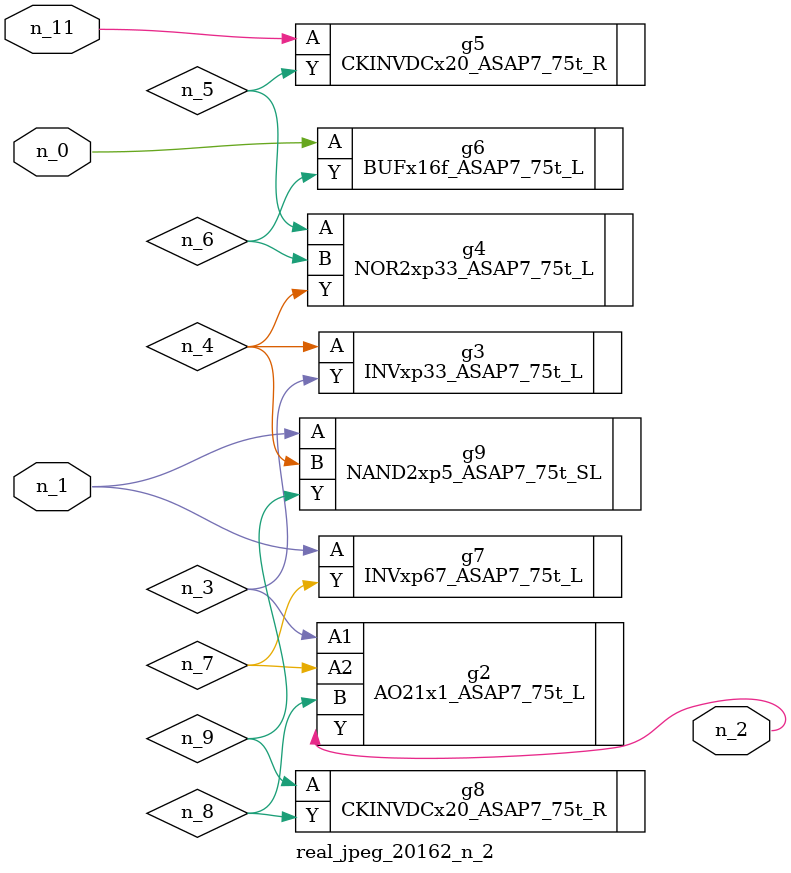
<source format=v>
module real_jpeg_20162_n_2 (n_1, n_11, n_0, n_2);

input n_1;
input n_11;
input n_0;

output n_2;

wire n_5;
wire n_4;
wire n_8;
wire n_6;
wire n_7;
wire n_3;
wire n_9;

BUFx16f_ASAP7_75t_L g6 ( 
.A(n_0),
.Y(n_6)
);

INVxp67_ASAP7_75t_L g7 ( 
.A(n_1),
.Y(n_7)
);

NAND2xp5_ASAP7_75t_SL g9 ( 
.A(n_1),
.B(n_4),
.Y(n_9)
);

AO21x1_ASAP7_75t_L g2 ( 
.A1(n_3),
.A2(n_7),
.B(n_8),
.Y(n_2)
);

INVxp33_ASAP7_75t_L g3 ( 
.A(n_4),
.Y(n_3)
);

NOR2xp33_ASAP7_75t_L g4 ( 
.A(n_5),
.B(n_6),
.Y(n_4)
);

CKINVDCx20_ASAP7_75t_R g8 ( 
.A(n_9),
.Y(n_8)
);

CKINVDCx20_ASAP7_75t_R g5 ( 
.A(n_11),
.Y(n_5)
);


endmodule
</source>
